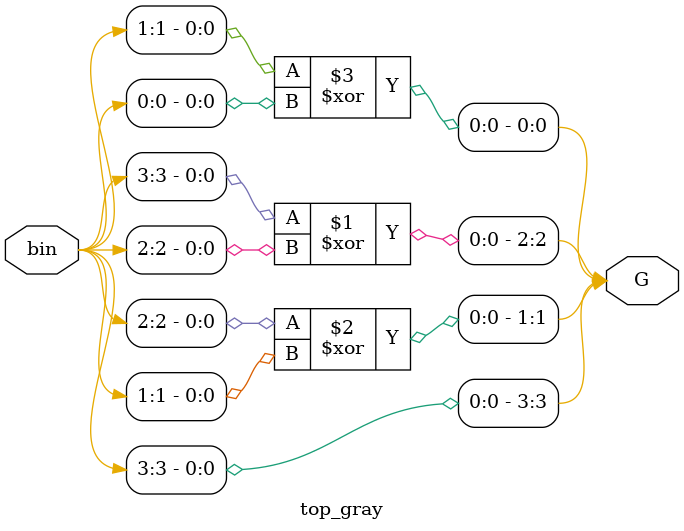
<source format=v>
module top_gray
        (input [3:0] bin,
         output [3:0] G 
        );

//xor gates.
assign G[3] = bin[3];
assign G[2] = bin[3] ^ bin[2];
assign G[1] = bin[2] ^ bin[1];
assign G[0] = bin[1] ^ bin[0];
 
endmodule
</source>
